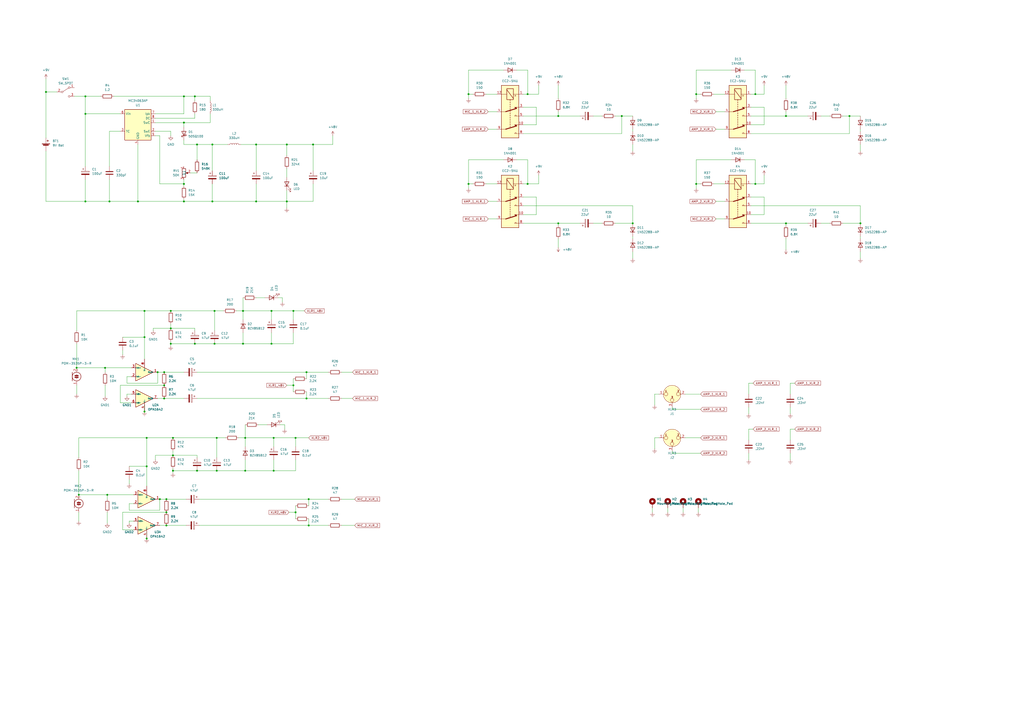
<source format=kicad_sch>
(kicad_sch (version 20211123) (generator eeschema)
  (paper "A2")
  (junction (at 26.67 53.34))
  (junction (at 62.23 287.02))
  (junction (at 499.11 129.54))
  (junction (at 360.68 67.31))
  (junction (at 44.45 213.36))
  (junction (at 63.5 116.84))
  (junction (at 179.07 289.56))
  (junction (at 92.71 289.56))
  (junction (at 123.19 83.82))
  (junction (at 148.59 116.84))
  (junction (at 106.68 116.84))
  (junction (at 367.03 129.54))
  (junction (at 455.93 129.54))
  (junction (at 99.06 190.5))
  (junction (at 106.68 106.68))
  (junction (at 100.33 264.16))
  (junction (at 49.53 55.88))
  (junction (at 83.82 195.58))
  (junction (at 323.85 67.31))
  (junction (at 83.82 238.76))
  (junction (at 158.75 254))
  (junction (at 306.07 54.61))
  (junction (at 403.86 54.61))
  (junction (at 271.78 54.61))
  (junction (at 177.8 231.14))
  (junction (at 158.75 273.05))
  (junction (at 114.3 273.05))
  (junction (at 124.46 199.39))
  (junction (at 95.25 223.52))
  (junction (at 124.46 180.34))
  (junction (at 80.01 116.84))
  (junction (at 179.07 304.8))
  (junction (at 106.68 55.88))
  (junction (at 113.03 55.88))
  (junction (at 99.06 199.39))
  (junction (at 438.15 54.61))
  (junction (at 114.3 83.82))
  (junction (at 157.48 199.39))
  (junction (at 177.8 215.9))
  (junction (at 95.25 215.9))
  (junction (at 142.24 254))
  (junction (at 99.06 180.34))
  (junction (at 170.18 223.52))
  (junction (at 45.72 287.02))
  (junction (at 140.97 199.39))
  (junction (at 306.07 106.68))
  (junction (at 96.52 297.18))
  (junction (at 125.73 254))
  (junction (at 271.78 106.68))
  (junction (at 123.19 116.84))
  (junction (at 85.09 270.51))
  (junction (at 96.52 289.56))
  (junction (at 113.03 199.39))
  (junction (at 148.59 83.82))
  (junction (at 166.37 116.84))
  (junction (at 140.97 180.34))
  (junction (at 323.85 129.54))
  (junction (at 492.76 67.31))
  (junction (at 125.73 273.05))
  (junction (at 95.25 231.14))
  (junction (at 49.53 66.04))
  (junction (at 142.24 273.05))
  (junction (at 455.93 67.31))
  (junction (at 171.45 254))
  (junction (at 166.37 83.82))
  (junction (at 60.96 213.36))
  (junction (at 181.61 83.82))
  (junction (at 171.45 297.18))
  (junction (at 85.09 312.42))
  (junction (at 83.82 180.34))
  (junction (at 403.86 106.68))
  (junction (at 85.09 254))
  (junction (at 170.18 180.34))
  (junction (at 157.48 180.34))
  (junction (at 438.15 106.68))
  (junction (at 100.33 273.05))
  (junction (at 106.68 71.12))
  (junction (at 49.53 116.84))
  (junction (at 91.44 215.9))
  (junction (at 96.52 304.8))
  (junction (at 100.33 254))
  (wire (pts (xy 443.23 62.23) (xy 435.61 62.23)))
  (wire (pts (xy 311.15 72.39) (xy 311.15 62.23)))
  (wire (pts (xy 142.24 246.38) (xy 142.24 254)))
  (wire (pts (xy 181.61 116.84) (xy 166.37 116.84)))
  (wire (pts (xy 113.03 55.88) (xy 113.03 58.42)))
  (wire (pts (xy 283.21 74.93) (xy 288.29 74.93)))
  (wire (pts (xy 26.67 87.63) (xy 26.67 116.84)))
  (wire (pts (xy 499.11 138.43) (xy 499.11 137.16)))
  (wire (pts (xy 106.68 81.28) (xy 106.68 83.82)))
  (wire (pts (xy 90.17 66.04) (xy 106.68 66.04)))
  (wire (pts (xy 142.24 259.08) (xy 142.24 254)))
  (wire (pts (xy 283.21 127) (xy 288.29 127)))
  (wire (pts (xy 158.75 254) (xy 171.45 254)))
  (wire (pts (xy 142.24 273.05) (xy 142.24 266.7)))
  (wire (pts (xy 403.86 40.64) (xy 424.18 40.64)))
  (wire (pts (xy 63.5 116.84) (xy 80.01 116.84)))
  (wire (pts (xy 99.06 187.96) (xy 99.06 190.5)))
  (wire (pts (xy 303.53 124.46) (xy 311.15 124.46)))
  (wire (pts (xy 171.45 293.37) (xy 171.45 297.18)))
  (wire (pts (xy 140.97 172.72) (xy 140.97 180.34)))
  (wire (pts (xy 455.93 138.43) (xy 455.93 144.78)))
  (wire (pts (xy 455.93 130.81) (xy 455.93 129.54)))
  (wire (pts (xy 113.03 199.39) (xy 99.06 199.39)))
  (wire (pts (xy 458.47 222.25) (xy 458.47 228.6)))
  (wire (pts (xy 181.61 106.68) (xy 181.61 116.84)))
  (wire (pts (xy 148.59 172.72) (xy 153.67 172.72)))
  (wire (pts (xy 148.59 106.68) (xy 148.59 116.84)))
  (wire (pts (xy 438.15 40.64) (xy 438.15 54.61)))
  (wire (pts (xy 100.33 254) (xy 125.73 254)))
  (wire (pts (xy 323.85 129.54) (xy 336.55 129.54)))
  (wire (pts (xy 142.24 273.05) (xy 125.73 273.05)))
  (wire (pts (xy 492.76 77.47) (xy 492.76 67.31)))
  (wire (pts (xy 323.85 49.53) (xy 323.85 57.15)))
  (wire (pts (xy 476.25 129.54) (xy 481.33 129.54)))
  (wire (pts (xy 397.51 254) (xy 406.4 254)))
  (wire (pts (xy 114.3 264.16) (xy 114.3 265.43)))
  (wire (pts (xy 323.85 67.31) (xy 336.55 67.31)))
  (wire (pts (xy 271.78 92.71) (xy 292.1 92.71)))
  (wire (pts (xy 26.67 53.34) (xy 26.67 80.01)))
  (wire (pts (xy 77.47 287.02) (xy 62.23 287.02)))
  (wire (pts (xy 360.68 67.31) (xy 367.03 67.31)))
  (wire (pts (xy 171.45 254) (xy 179.07 254)))
  (wire (pts (xy 488.95 67.31) (xy 492.76 67.31)))
  (wire (pts (xy 95.25 215.9) (xy 106.68 215.9)))
  (wire (pts (xy 431.8 92.71) (xy 438.15 92.71)))
  (wire (pts (xy 303.53 106.68) (xy 306.07 106.68)))
  (wire (pts (xy 171.45 254) (xy 171.45 259.08)))
  (wire (pts (xy 96.52 297.18) (xy 71.12 297.18)))
  (wire (pts (xy 435.61 67.31) (xy 455.93 67.31)))
  (wire (pts (xy 139.7 83.82) (xy 148.59 83.82)))
  (wire (pts (xy 458.47 236.22) (xy 458.47 240.03)))
  (wire (pts (xy 44.45 180.34) (xy 44.45 191.77)))
  (wire (pts (xy 299.72 92.71) (xy 306.07 92.71)))
  (wire (pts (xy 458.47 248.92) (xy 458.47 255.27)))
  (wire (pts (xy 344.17 129.54) (xy 349.25 129.54)))
  (wire (pts (xy 461.01 222.25) (xy 458.47 222.25)))
  (wire (pts (xy 397.51 228.6) (xy 406.4 228.6)))
  (wire (pts (xy 403.86 54.61) (xy 403.86 57.15)))
  (wire (pts (xy 177.8 231.14) (xy 190.5 231.14)))
  (wire (pts (xy 396.24 294.64) (xy 396.24 297.18)))
  (wire (pts (xy 140.97 199.39) (xy 124.46 199.39)))
  (wire (pts (xy 114.3 83.82) (xy 114.3 92.71)))
  (wire (pts (xy 406.4 262.89) (xy 389.89 262.89)))
  (wire (pts (xy 45.72 254) (xy 85.09 254)))
  (wire (pts (xy 415.29 127) (xy 420.37 127)))
  (wire (pts (xy 271.78 40.64) (xy 271.78 54.61)))
  (wire (pts (xy 435.61 54.61) (xy 438.15 54.61)))
  (wire (pts (xy 435.61 119.38) (xy 499.11 119.38)))
  (wire (pts (xy 499.11 119.38) (xy 499.11 129.54)))
  (wire (pts (xy 281.94 106.68) (xy 288.29 106.68)))
  (wire (pts (xy 431.8 40.64) (xy 438.15 40.64)))
  (wire (pts (xy 198.12 289.56) (xy 205.74 289.56)))
  (wire (pts (xy 436.88 248.92) (xy 434.34 248.92)))
  (wire (pts (xy 110.49 100.33) (xy 114.3 100.33)))
  (wire (pts (xy 85.09 308.61) (xy 85.09 312.42)))
  (wire (pts (xy 99.06 199.39) (xy 99.06 200.66)))
  (wire (pts (xy 303.53 67.31) (xy 323.85 67.31)))
  (wire (pts (xy 62.23 297.18) (xy 62.23 303.53)))
  (wire (pts (xy 312.42 106.68) (xy 312.42 101.6)))
  (wire (pts (xy 91.44 215.9) (xy 95.25 215.9)))
  (wire (pts (xy 71.12 195.58) (xy 83.82 195.58)))
  (wire (pts (xy 438.15 92.71) (xy 438.15 106.68)))
  (wire (pts (xy 166.37 83.82) (xy 166.37 90.17)))
  (wire (pts (xy 71.12 297.18) (xy 71.12 307.34)))
  (wire (pts (xy 91.44 231.14) (xy 95.25 231.14)))
  (wire (pts (xy 170.18 219.71) (xy 170.18 223.52)))
  (wire (pts (xy 76.2 228.6) (xy 73.66 228.6)))
  (wire (pts (xy 83.82 195.58) (xy 83.82 180.34)))
  (wire (pts (xy 100.33 264.16) (xy 114.3 264.16)))
  (wire (pts (xy 115.57 289.56) (xy 179.07 289.56)))
  (wire (pts (xy 306.07 92.71) (xy 306.07 106.68)))
  (wire (pts (xy 367.03 83.82) (xy 367.03 87.63)))
  (wire (pts (xy 303.53 129.54) (xy 323.85 129.54)))
  (wire (pts (xy 387.35 294.64) (xy 387.35 297.18)))
  (wire (pts (xy 85.09 270.51) (xy 85.09 254)))
  (wire (pts (xy 434.34 248.92) (xy 434.34 255.27)))
  (wire (pts (xy 123.19 106.68) (xy 123.19 116.84)))
  (wire (pts (xy 158.75 254) (xy 158.75 259.08)))
  (wire (pts (xy 367.03 138.43) (xy 367.03 137.16)))
  (wire (pts (xy 99.06 190.5) (xy 113.03 190.5)))
  (wire (pts (xy 96.52 289.56) (xy 107.95 289.56)))
  (wire (pts (xy 74.93 292.1) (xy 77.47 292.1)))
  (wire (pts (xy 499.11 83.82) (xy 499.11 87.63)))
  (wire (pts (xy 443.23 124.46) (xy 443.23 114.3)))
  (wire (pts (xy 113.03 190.5) (xy 113.03 191.77)))
  (wire (pts (xy 106.68 55.88) (xy 106.68 66.04)))
  (wire (pts (xy 435.61 106.68) (xy 438.15 106.68)))
  (wire (pts (xy 74.93 270.51) (xy 85.09 270.51)))
  (wire (pts (xy 76.2 233.68) (xy 69.85 233.68)))
  (wire (pts (xy 163.83 172.72) (xy 163.83 175.26)))
  (wire (pts (xy 360.68 77.47) (xy 360.68 67.31)))
  (wire (pts (xy 403.86 92.71) (xy 403.86 106.68)))
  (wire (pts (xy 49.53 55.88) (xy 58.42 55.88)))
  (wire (pts (xy 73.66 222.25) (xy 73.66 218.44)))
  (wire (pts (xy 323.85 130.81) (xy 323.85 129.54)))
  (wire (pts (xy 49.53 66.04) (xy 69.85 66.04)))
  (wire (pts (xy 100.33 261.62) (xy 100.33 264.16)))
  (wire (pts (xy 403.86 92.71) (xy 424.18 92.71)))
  (wire (pts (xy 113.03 68.58) (xy 113.03 66.04)))
  (wire (pts (xy 167.64 297.18) (xy 171.45 297.18)))
  (wire (pts (xy 271.78 92.71) (xy 271.78 106.68)))
  (wire (pts (xy 303.53 77.47) (xy 360.68 77.47)))
  (wire (pts (xy 99.06 180.34) (xy 124.46 180.34)))
  (wire (pts (xy 77.47 307.34) (xy 71.12 307.34)))
  (wire (pts (xy 106.68 55.88) (xy 113.03 55.88)))
  (wire (pts (xy 43.18 55.88) (xy 49.53 55.88)))
  (wire (pts (xy 158.75 254) (xy 142.24 254)))
  (wire (pts (xy 92.71 304.8) (xy 96.52 304.8)))
  (wire (pts (xy 271.78 54.61) (xy 271.78 57.15)))
  (wire (pts (xy 125.73 254) (xy 130.81 254)))
  (wire (pts (xy 367.03 76.2) (xy 367.03 74.93)))
  (wire (pts (xy 69.85 76.2) (xy 63.5 76.2)))
  (wire (pts (xy 45.72 287.02) (xy 62.23 287.02)))
  (wire (pts (xy 74.93 302.26) (xy 74.93 303.53)))
  (wire (pts (xy 299.72 40.64) (xy 306.07 40.64)))
  (wire (pts (xy 311.15 124.46) (xy 311.15 114.3)))
  (wire (pts (xy 114.3 83.82) (xy 123.19 83.82)))
  (wire (pts (xy 60.96 213.36) (xy 60.96 215.9)))
  (wire (pts (xy 44.45 223.52) (xy 44.45 228.6)))
  (wire (pts (xy 106.68 83.82) (xy 114.3 83.82)))
  (wire (pts (xy 80.01 83.82) (xy 80.01 116.84)))
  (wire (pts (xy 438.15 106.68) (xy 443.23 106.68)))
  (wire (pts (xy 62.23 287.02) (xy 62.23 289.56)))
  (wire (pts (xy 455.93 67.31) (xy 468.63 67.31)))
  (wire (pts (xy 171.45 297.18) (xy 171.45 300.99)))
  (wire (pts (xy 405.13 294.64) (xy 405.13 297.18)))
  (wire (pts (xy 303.53 54.61) (xy 306.07 54.61)))
  (wire (pts (xy 443.23 114.3) (xy 435.61 114.3)))
  (wire (pts (xy 303.53 119.38) (xy 367.03 119.38)))
  (wire (pts (xy 406.4 237.49) (xy 389.89 237.49)))
  (wire (pts (xy 91.44 222.25) (xy 91.44 215.9)))
  (wire (pts (xy 83.82 180.34) (xy 99.06 180.34)))
  (wire (pts (xy 148.59 83.82) (xy 166.37 83.82)))
  (wire (pts (xy 85.09 254) (xy 100.33 254)))
  (wire (pts (xy 73.66 218.44) (xy 76.2 218.44)))
  (wire (pts (xy 162.56 246.38) (xy 165.1 246.38)))
  (wire (pts (xy 124.46 180.34) (xy 124.46 191.77)))
  (wire (pts (xy 140.97 199.39) (xy 140.97 193.04)))
  (wire (pts (xy 90.17 68.58) (xy 113.03 68.58)))
  (wire (pts (xy 45.72 273.05) (xy 45.72 287.02)))
  (wire (pts (xy 83.82 208.28) (xy 83.82 195.58)))
  (wire (pts (xy 198.12 304.8) (xy 205.74 304.8)))
  (wire (pts (xy 77.47 302.26) (xy 74.93 302.26)))
  (wire (pts (xy 367.03 146.05) (xy 367.03 149.86)))
  (wire (pts (xy 106.68 116.84) (xy 123.19 116.84)))
  (wire (pts (xy 166.37 83.82) (xy 181.61 83.82)))
  (wire (pts (xy 99.06 198.12) (xy 99.06 199.39)))
  (wire (pts (xy 121.92 66.04) (xy 121.92 71.12)))
  (wire (pts (xy 406.4 106.68) (xy 403.86 106.68)))
  (wire (pts (xy 99.06 76.2) (xy 99.06 78.74)))
  (wire (pts (xy 166.37 116.84) (xy 166.37 120.65)))
  (wire (pts (xy 356.87 129.54) (xy 367.03 129.54)))
  (wire (pts (xy 140.97 180.34) (xy 137.16 180.34)))
  (wire (pts (xy 69.85 223.52) (xy 69.85 233.68)))
  (wire (pts (xy 306.07 54.61) (xy 312.42 54.61)))
  (wire (pts (xy 171.45 266.7) (xy 171.45 273.05)))
  (wire (pts (xy 85.09 281.94) (xy 85.09 270.51)))
  (wire (pts (xy 177.8 227.33) (xy 177.8 231.14)))
  (wire (pts (xy 382.27 254) (xy 379.73 254)))
  (wire (pts (xy 170.18 180.34) (xy 170.18 185.42)))
  (wire (pts (xy 415.29 64.77) (xy 420.37 64.77)))
  (wire (pts (xy 90.17 76.2) (xy 99.06 76.2)))
  (wire (pts (xy 179.07 304.8) (xy 190.5 304.8)))
  (wire (pts (xy 106.68 115.57) (xy 106.68 116.84)))
  (wire (pts (xy 367.03 119.38) (xy 367.03 129.54)))
  (wire (pts (xy 96.52 304.8) (xy 107.95 304.8)))
  (wire (pts (xy 181.61 83.82) (xy 193.04 83.82)))
  (wire (pts (xy 455.93 49.53) (xy 455.93 57.15)))
  (wire (pts (xy 158.75 273.05) (xy 142.24 273.05)))
  (wire (pts (xy 73.66 222.25) (xy 91.44 222.25)))
  (wire (pts (xy 403.86 106.68) (xy 403.86 109.22)))
  (wire (pts (xy 379.73 228.6) (xy 379.73 234.95)))
  (wire (pts (xy 177.8 215.9) (xy 177.8 219.71)))
  (wire (pts (xy 90.17 71.12) (xy 106.68 71.12)))
  (wire (pts (xy 181.61 83.82) (xy 181.61 99.06)))
  (wire (pts (xy 356.87 67.31) (xy 360.68 67.31)))
  (wire (pts (xy 125.73 254) (xy 125.73 265.43)))
  (wire (pts (xy 26.67 116.84) (xy 49.53 116.84)))
  (wire (pts (xy 161.29 172.72) (xy 163.83 172.72)))
  (wire (pts (xy 166.37 97.79) (xy 166.37 102.87)))
  (wire (pts (xy 83.82 234.95) (xy 83.82 238.76)))
  (wire (pts (xy 106.68 104.14) (xy 106.68 106.68)))
  (wire (pts (xy 443.23 101.6) (xy 443.23 106.68)))
  (wire (pts (xy 379.73 254) (xy 379.73 260.35)))
  (wire (pts (xy 74.93 295.91) (xy 92.71 295.91)))
  (wire (pts (xy 45.72 297.18) (xy 45.72 302.26)))
  (wire (pts (xy 179.07 289.56) (xy 190.5 289.56)))
  (wire (pts (xy 106.68 106.68) (xy 106.68 107.95)))
  (wire (pts (xy 60.96 223.52) (xy 60.96 229.87)))
  (wire (pts (xy 80.01 116.84) (xy 106.68 116.84)))
  (wire (pts (xy 435.61 129.54) (xy 455.93 129.54)))
  (wire (pts (xy 166.37 110.49) (xy 166.37 116.84)))
  (wire (pts (xy 492.76 67.31) (xy 499.11 67.31)))
  (wire (pts (xy 171.45 273.05) (xy 158.75 273.05)))
  (wire (pts (xy 461.01 248.92) (xy 458.47 248.92)))
  (wire (pts (xy 121.92 55.88) (xy 121.92 58.42)))
  (wire (pts (xy 71.12 203.2) (xy 71.12 205.74)))
  (wire (pts (xy 443.23 49.53) (xy 443.23 54.61)))
  (wire (pts (xy 499.11 146.05) (xy 499.11 149.86)))
  (wire (pts (xy 158.75 266.7) (xy 158.75 273.05)))
  (wire (pts (xy 274.32 106.68) (xy 271.78 106.68)))
  (wire (pts (xy 170.18 180.34) (xy 176.53 180.34)))
  (wire (pts (xy 458.47 262.89) (xy 458.47 266.7)))
  (wire (pts (xy 157.48 180.34) (xy 157.48 185.42)))
  (wire (pts (xy 142.24 254) (xy 138.43 254)))
  (wire (pts (xy 76.2 213.36) (xy 60.96 213.36)))
  (wire (pts (xy 123.19 83.82) (xy 123.19 99.06)))
  (wire (pts (xy 306.07 40.64) (xy 306.07 54.61)))
  (wire (pts (xy 435.61 124.46) (xy 443.23 124.46)))
  (wire (pts (xy 378.46 294.64) (xy 378.46 297.18)))
  (wire (pts (xy 344.17 67.31) (xy 349.25 67.31)))
  (wire (pts (xy 443.23 72.39) (xy 443.23 62.23)))
  (wire (pts (xy 436.88 222.25) (xy 434.34 222.25)))
  (wire (pts (xy 148.59 83.82) (xy 148.59 99.06)))
  (wire (pts (xy 415.29 74.93) (xy 420.37 74.93)))
  (wire (pts (xy 323.85 138.43) (xy 323.85 143.51)))
  (wire (pts (xy 124.46 180.34) (xy 129.54 180.34)))
  (wire (pts (xy 283.21 116.84) (xy 288.29 116.84)))
  (wire (pts (xy 95.25 223.52) (xy 69.85 223.52)))
  (wire (pts (xy 198.12 215.9) (xy 204.47 215.9)))
  (wire (pts (xy 434.34 262.89) (xy 434.34 266.7)))
  (wire (pts (xy 114.3 215.9) (xy 177.8 215.9)))
  (wire (pts (xy 434.34 222.25) (xy 434.34 228.6)))
  (wire (pts (xy 114.3 273.05) (xy 125.73 273.05)))
  (wire (pts (xy 488.95 129.54) (xy 499.11 129.54)))
  (wire (pts (xy 435.61 77.47) (xy 492.76 77.47)))
  (wire (pts (xy 414.02 54.61) (xy 420.37 54.61)))
  (wire (pts (xy 499.11 76.2) (xy 499.11 74.93)))
  (wire (pts (xy 92.71 106.68) (xy 106.68 106.68)))
  (wire (pts (xy 74.93 295.91) (xy 74.93 292.1)))
  (wire (pts (xy 311.15 62.23) (xy 303.53 62.23)))
  (wire (pts (xy 44.45 213.36) (xy 60.96 213.36)))
  (wire (pts (xy 179.07 289.56) (xy 179.07 293.37)))
  (wire (pts (xy 157.48 180.34) (xy 140.97 180.34)))
  (wire (pts (xy 63.5 76.2) (xy 63.5 96.52)))
  (wire (pts (xy 100.33 273.05) (xy 100.33 274.32)))
  (wire (pts (xy 92.71 78.74) (xy 90.17 78.74)))
  (wire (pts (xy 198.12 231.14) (xy 204.47 231.14)))
  (wire (pts (xy 26.67 53.34) (xy 33.02 53.34)))
  (wire (pts (xy 90.17 264.16) (xy 100.33 264.16)))
  (wire (pts (xy 303.53 72.39) (xy 311.15 72.39)))
  (wire (pts (xy 323.85 64.77) (xy 323.85 67.31)))
  (wire (pts (xy 114.3 231.14) (xy 177.8 231.14)))
  (wire (pts (xy 389.89 237.49) (xy 389.89 236.22)))
  (wire (pts (xy 49.53 55.88) (xy 49.53 66.04)))
  (wire (pts (xy 306.07 106.68) (xy 312.42 106.68)))
  (wire (pts (xy 149.86 246.38) (xy 154.94 246.38)))
  (wire (pts (xy 113.03 55.88) (xy 121.92 55.88)))
  (wire (pts (xy 177.8 215.9) (xy 190.5 215.9)))
  (wire (pts (xy 92.71 295.91) (xy 92.71 289.56)))
  (wire (pts (xy 179.07 300.99) (xy 179.07 304.8)))
  (wire (pts (xy 63.5 104.14) (xy 63.5 116.84)))
  (wire (pts (xy 114.3 273.05) (xy 100.33 273.05)))
  (wire (pts (xy 271.78 106.68) (xy 271.78 109.22)))
  (wire (pts (xy 166.37 223.52) (xy 170.18 223.52)))
  (wire (pts (xy 389.89 262.89) (xy 389.89 261.62)))
  (wire (pts (xy 455.93 64.77) (xy 455.93 67.31)))
  (wire (pts (xy 438.15 54.61) (xy 443.23 54.61)))
  (wire (pts (xy 193.04 78.74) (xy 193.04 83.82)))
  (wire (pts (xy 49.53 104.14) (xy 49.53 116.84)))
  (wire (pts (xy 106.68 71.12) (xy 106.68 73.66)))
  (wire (pts (xy 382.27 228.6) (xy 379.73 228.6)))
  (wire (pts (xy 26.67 45.72) (xy 26.67 53.34)))
  (wire (pts (xy 415.29 116.84) (xy 420.37 116.84)))
  (wire (pts (xy 49.53 96.52) (xy 49.53 66.04)))
  (wire (pts (xy 476.25 67.31) (xy 481.33 67.31)))
  (wire (pts (xy 95.25 231.14) (xy 106.68 231.14)))
  (wire (pts (xy 455.93 129.54) (xy 468.63 129.54)))
  (wire (pts (xy 170.18 199.39) (xy 157.48 199.39)))
  (wire (pts (xy 148.59 116.84) (xy 123.19 116.84)))
  (wire (pts (xy 44.45 180.34) (xy 83.82 180.34)))
  (wire (pts (xy 90.17 264.16) (xy 90.17 266.7)))
  (wire (pts (xy 44.45 199.39) (xy 44.45 213.36)))
  (wire (pts (xy 170.18 223.52) (xy 170.18 227.33)))
  (wire (pts (xy 140.97 185.42) (xy 140.97 180.34)))
  (wire (pts (xy 113.03 199.39) (xy 124.46 199.39)))
  (wire (pts (xy 283.21 64.77) (xy 288.29 64.77)))
  (wire (pts (xy 165.1 246.38) (xy 165.1 248.92)))
  (wire (pts (xy 123.19 83.82) (xy 132.08 83.82)))
  (wire (pts (xy 66.04 55.88) (xy 106.68 55.88)))
  (wire (pts (xy 73.66 228.6) (xy 73.66 229.87)))
  (wire (pts (xy 406.4 54.61) (xy 403.86 54.61)))
  (wire (pts (xy 100.33 271.78) (xy 100.33 273.05)))
  (wire (pts (xy 157.48 180.34) (xy 170.18 180.34)))
  (wire (pts (xy 88.9 190.5) (xy 88.9 191.77)))
  (wire (pts (xy 435.61 72.39) (xy 443.23 72.39)))
  (wire (pts (xy 92.71 289.56) (xy 96.52 289.56)))
  (wire (pts (xy 312.42 54.61) (xy 312.42 49.53)))
  (wire (pts (xy 45.72 254) (xy 45.72 265.43)))
  (wire (pts (xy 271.78 40.64) (xy 292.1 40.64)))
  (wire (pts (xy 74.93 278.13) (xy 74.93 280.67)))
  (wire (pts (xy 311.15 114.3) (xy 303.53 114.3)))
  (wire (pts (xy 274.32 54.61) (xy 271.78 54.61)))
  (wire (pts (xy 166.37 116.84) (xy 148.59 116.84)))
  (wire (pts (xy 115.57 304.8) (xy 179.07 304.8)))
  (wire (pts (xy 281.94 54.61) (xy 288.29 54.61)))
  (wire (pts (xy 414.02 106.68) (xy 420.37 106.68)))
  (wire (pts (xy 121.92 71.12) (xy 106.68 71.12)))
  (wire (pts (xy 92.71 78.74) (xy 92.71 106.68)))
  (wire (pts (xy 49.53 116.84) (xy 63.5 116.84)))
  (wire (pts (xy 88.9 190.5) (xy 99.06 190.5)))
  (wire (pts (xy 157.48 193.04) (xy 157.48 199.39)))
  (wire (pts (xy 170.18 193.04) (xy 170.18 199.39)))
  (wire (pts (xy 434.34 236.22) (xy 434.34 240.03)))
  (wire (pts (xy 157.48 199.39) (xy 140.97 199.39)))
  (wire (pts (xy 403.86 40.64) (xy 403.86 54.61)))
  (global_label "AMP_1_XLR_2" (shape input) (at 406.4 237.49 0) (property "Intersheet References" "${INTERSHEET_REFS}" (effects hide)))
  (global_label "XLR2_48V" (shape input) (at 179.07 254 0) (property "Intersheet References" "${INTERSHEET_REFS}" (effects hide)))
  (global_label "AMP_2_XLR_1" (shape input) (at 406.4 254 0) (property "Intersheet References" "${INTERSHEET_REFS}" (effects hide)))
  (global_label "XLR2_48V" (shape input) (at 167.64 297.18 180) (property "Intersheet References" "${INTERSHEET_REFS}" (effects hide)))
  (global_label "AMP_2_XLR_2" (shape input) (at 406.4 262.89 0) (property "Intersheet References" "${INTERSHEET_REFS}" (effects hide)))
  (global_label "AMP_2_XLR_2" (shape input) (at 461.01 248.92 0) (property "Intersheet References" "${INTERSHEET_REFS}" (effects hide)))
  (global_label "MIC_1_XLR_2" (shape input) (at 204.47 231.14 0) (property "Intersheet References" "${INTERSHEET_REFS}" (effects hide)))
  (global_label "MIC_2_XLR_1" (shape input) (at 205.74 289.56 0) (property "Intersheet References" "${INTERSHEET_REFS}" (effects hide)))
  (global_label "MIC_2_XLR_2" (shape input) (at 205.74 304.8 0) (property "Intersheet References" "${INTERSHEET_REFS}" (effects hide)))
  (global_label "MIC_1_XLR_1" (shape input) (at 283.21 127 180) (property "Intersheet References" "${INTERSHEET_REFS}" (effects hide)))
  (global_label "AMP_2_XLR_2" (shape input) (at 415.29 116.84 180) (property "Intersheet References" "${INTERSHEET_REFS}" (effects hide)))
  (global_label "XLR1_48V" (shape input) (at 166.37 223.52 180) (property "Intersheet References" "${INTERSHEET_REFS}" (effects hide)))
  (global_label "XLR1_48V" (shape input) (at 176.53 180.34 0) (property "Intersheet References" "${INTERSHEET_REFS}" (effects hide)))
  (global_label "AMP_2_XLR_1" (shape input) (at 415.29 74.93 180) (property "Intersheet References" "${INTERSHEET_REFS}" (effects hide)))
  (global_label "AMP_1_XLR_1" (shape input) (at 436.88 222.25 0) (property "Intersheet References" "${INTERSHEET_REFS}" (effects hide)))
  (global_label "AMP_1_XLR_2" (shape input) (at 461.01 222.25 0) (property "Intersheet References" "${INTERSHEET_REFS}" (effects hide)))
  (global_label "MIC_2_XLR_1" (shape input) (at 415.29 64.77 180) (property "Intersheet References" "${INTERSHEET_REFS}" (effects hide)))
  (global_label "AMP_1_XLR_2" (shape input) (at 283.21 74.93 180) (property "Intersheet References" "${INTERSHEET_REFS}" (effects hide)))
  (global_label "MIC_1_XLR_2" (shape input) (at 283.21 64.77 180) (property "Intersheet References" "${INTERSHEET_REFS}" (effects hide)))
  (global_label "AMP_1_XLR_1" (shape input) (at 406.4 228.6 0) (property "Intersheet References" "${INTERSHEET_REFS}" (effects hide)))
  (global_label "AMP_2_XLR_1" (shape input) (at 436.88 248.92 0) (property "Intersheet References" "${INTERSHEET_REFS}" (effects hide)))
  (global_label "MIC_1_XLR_1" (shape input) (at 204.47 215.9 0) (property "Intersheet References" "${INTERSHEET_REFS}" (effects hide)))
  (global_label "MIC_2_XLR_2" (shape input) (at 415.29 127 180) (property "Intersheet References" "${INTERSHEET_REFS}" (effects hide)))
  (global_label "AMP_1_XLR_1" (shape input) (at 283.21 116.84 180) (property "Intersheet References" "${INTERSHEET_REFS}" (effects hide)))
  (symbol (lib_id "Device:C") (at 458.47 232.41 0) (unit 1)
    (property "Reference" "C24" (at 462.28 231.1399 0) (effects (justify left)))
    (property "Value" ".22nF" (at 462.28 233.6799 0) (effects (justify left)))
    (property "Footprint" "Capacitor_THT:C_Rect_L7.2mm_W2.5mm_P5.00mm_FKS2_FKP2_MKS2_MKP2" (effects hide))
  )
  (symbol (lib_id "power:Earth") (at 271.78 109.22 0) (unit 1)
    (property "Reference" "#PWR022" (effects hide))
    (property "Value" "Earth" (effects hide))
  )
  (symbol (lib_id "power:+9V") (at 312.42 49.53 0) (unit 1)
    (property "Reference" "#PWR023" (effects hide))
    (property "Value" "+9V" (at 312.42 44.45 0))
  )
  (symbol (lib_id "Device:R") (at 175.26 300.99 270) (unit 1)
    (property "Reference" "R25" (at 182.88 299.72 90))
    (property "Value" "2.2K" (at 182.88 302.26 90))
    (property "Footprint" "Resistor_THT:R_Axial_DIN0207_L6.3mm_D2.5mm_P2.54mm_Vertical" (effects hide))
  )
  (symbol (lib_id "Device:C_Polarized") (at 49.53 100.33 0) (unit 1)
    (property "Reference" "C1" (at 53.34 98.1709 0) (effects (justify left)))
    (property "Value" "100uF" (at 53.34 100.7109 0) (effects (justify left)))
    (property "Footprint" "Capacitor_THT:CP_Radial_D10.0mm_P5.00mm" (effects hide))
    (property "Datasheet" "https://www.mouser.tw/datasheet/2/977/e_ZLJ-1601167.pdf" (effects hide))
  )
  (symbol (lib_id "Device:C") (at 434.34 259.08 0) (unit 1)
    (property "Reference" "C23" (at 438.15 257.8099 0) (effects (justify left)))
    (property "Value" ".22nF" (at 438.15 260.3499 0) (effects (justify left)))
    (property "Footprint" "Capacitor_THT:C_Rect_L7.2mm_W2.5mm_P5.00mm_FKS2_FKP2_MKS2_MKP2" (effects hide))
  )
  (symbol (lib_id "power:Earth") (at 403.86 109.22 0) (unit 1)
    (property "Reference" "#PWR035" (effects hide))
    (property "Value" "Earth" (effects hide))
  )
  (symbol (lib_id "Device:R_Potentiometer") (at 106.68 100.33 0) (unit 1)
    (property "Reference" "RV1" (at 104.14 99.0599 0) (effects (justify right)))
    (property "Value" "50K" (at 104.14 101.5999 0) (effects (justify right)))
    (property "Footprint" "Potentiometer_THT:Potentiometer_Bourns_3339P_Vertical_HandSoldering" (effects hide))
  )
  (symbol (lib_id "Diode:1N4001") (at 427.99 40.64 180) (unit 1)
    (property "Reference" "D13" (at 427.99 34.29 0))
    (property "Value" "1N4001" (at 427.99 36.83 0))
    (property "Footprint" "Diode_THT:D_DO-41_SOD81_P10.16mm_Horizontal" (effects hide))
    (property "Datasheet" "http://www.vishay.com/docs/88503/1n4001.pdf" (effects hide))
  )
  (symbol (lib_id "Device:R") (at 278.13 54.61 270) (unit 1)
    (property "Reference" "R30" (at 278.13 48.26 90))
    (property "Value" "150" (at 278.13 50.8 90))
    (property "Footprint" "Resistor_THT:R_Axial_DIN0207_L6.3mm_D2.5mm_P10.16mm_Horizontal" (effects hide))
  )
  (symbol (lib_id "power:GND1") (at 60.96 229.87 0) (unit 1)
    (property "Reference" "#PWR04" (effects hide))
    (property "Value" "GND1" (at 60.96 234.95 0))
  )
  (symbol (lib_id "power:GND") (at 99.06 78.74 0) (unit 1)
    (property "Reference" "#PWR014" (effects hide))
    (property "Value" "GND" (at 99.06 83.82 0))
  )
  (symbol (lib_id "power:Earth") (at 71.12 205.74 0) (unit 1)
    (property "Reference" "#PWR06" (effects hide))
    (property "Value" "Earth" (effects hide))
  )
  (symbol (lib_id "Device:D_Zener") (at 499.11 142.24 270) (unit 1)
    (property "Reference" "D18" (at 501.65 140.9699 90) (effects (justify left)))
    (property "Value" "1N5228B-AP" (at 501.65 143.5099 90) (effects (justify left)))
    (property "Footprint" "Diode_THT:D_DO-35_SOD27_P7.62mm_Horizontal" (effects hide))
  )
  (symbol (lib_id "Device:R") (at 62.23 55.88 270) (unit 1)
    (property "Reference" "R4" (at 62.23 49.53 90))
    (property "Value" "1.2" (at 62.23 52.07 90))
    (property "Footprint" "Resistor_THT:R_Axial_DIN0207_L6.3mm_D2.5mm_P10.16mm_Horizontal" (effects hide))
  )
  (symbol (lib_id "power:Earth") (at 74.93 280.67 0) (unit 1)
    (property "Reference" "#PWR08" (effects hide))
    (property "Value" "Earth" (effects hide))
  )
  (symbol (lib_id "power:Earth") (at 163.83 175.26 0) (unit 1)
    (property "Reference" "#PWR017" (effects hide))
    (property "Value" "Earth" (effects hide))
  )
  (symbol (lib_id "Device:R") (at 323.85 134.62 0) (unit 1)
    (property "Reference" "R33" (at 326.39 133.3499 0) (effects (justify left)))
    (property "Value" "6.8K" (at 326.39 135.8899 0) (effects (justify left)))
    (property "Footprint" "Resistor_THT:R_Axial_DIN0207_L6.3mm_D2.5mm_P10.16mm_Horizontal" (effects hide))
  )
  (symbol (lib_id "Diode:1N4001") (at 427.99 92.71 180) (unit 1)
    (property "Reference" "D14" (at 427.99 86.36 0))
    (property "Value" "1N4001" (at 427.99 88.9 0))
    (property "Footprint" "Diode_THT:D_DO-41_SOD81_P10.16mm_Horizontal" (effects hide))
    (property "Datasheet" "http://www.vishay.com/docs/88503/1n4001.pdf" (effects hide))
  )
  (symbol (lib_id "Device:R") (at 100.33 267.97 180) (unit 1)
    (property "Reference" "R13" (at 102.87 266.6999 0) (effects (justify right)))
    (property "Value" "47K" (at 102.87 269.2399 0) (effects (justify right)))
    (property "Footprint" "Resistor_THT:R_Axial_DIN0207_L6.3mm_D2.5mm_P2.54mm_Vertical" (effects hide))
  )
  (symbol (lib_id "Diode:1N4001") (at 295.91 92.71 180) (unit 1)
    (property "Reference" "D8" (at 295.91 86.36 0))
    (property "Value" "1N4001" (at 295.91 88.9 0))
    (property "Footprint" "Diode_THT:D_DO-41_SOD81_P10.16mm_Horizontal" (effects hide))
    (property "Datasheet" "http://www.vishay.com/docs/88503/1n4001.pdf" (effects hide))
  )
  (symbol (lib_id "Device:R") (at 100.33 257.81 180) (unit 1)
    (property "Reference" "R12" (at 102.87 256.5399 0) (effects (justify right)))
    (property "Value" "47K" (at 102.87 259.0799 0) (effects (justify right)))
    (property "Footprint" "Resistor_THT:R_Axial_DIN0207_L6.3mm_D2.5mm_P2.54mm_Vertical" (effects hide))
  )
  (symbol (lib_id "Device:R") (at 353.06 67.31 270) (unit 1)
    (property "Reference" "R34" (at 353.06 60.96 90))
    (property "Value" "10" (at 353.06 63.5 90))
    (property "Footprint" "Resistor_THT:R_Axial_DIN0207_L6.3mm_D2.5mm_P10.16mm_Horizontal" (effects hide))
  )
  (symbol (lib_id "Regulator_Switching:MC34063AP") (at 80.01 71.12 0) (unit 1)
    (property "Reference" "U1" (at 80.01 60.96 0))
    (property "Value" "MC34063AP" (at 80.01 58.42 0))
    (property "Footprint" "Package_DIP:DIP-8_W7.62mm" (effects hide))
    (property "Datasheet" "http://www.onsemi.com/pub_link/Collateral/MC34063A-D.PDF" (effects hide))
  )
  (symbol (lib_id "Device:R") (at 113.03 62.23 180) (unit 1)
    (property "Reference" "R15" (at 115.57 60.9599 0) (effects (justify right)))
    (property "Value" "180" (at 115.57 63.4999 0) (effects (justify right)))
    (property "Footprint" "Resistor_THT:R_Axial_DIN0207_L6.3mm_D2.5mm_P10.16mm_Horizontal" (effects hide))
  )
  (symbol (lib_id "power:+48V") (at 455.93 49.53 0) (unit 1)
    (property "Reference" "#PWR041" (effects hide))
    (property "Value" "+48V" (at 455.93 44.45 0))
  )
  (symbol (lib_id "power:Earth") (at 271.78 57.15 0) (unit 1)
    (property "Reference" "#PWR021" (effects hide))
    (property "Value" "Earth" (effects hide))
  )
  (symbol (lib_id "power:Earth") (at 499.11 149.86 0) (unit 1)
    (property "Reference" "#PWR046" (effects hide))
    (property "Value" "Earth" (effects hide))
  )
  (symbol (lib_id "Device:C") (at 434.34 232.41 0) (unit 1)
    (property "Reference" "C22" (at 438.15 231.1399 0) (effects (justify left)))
    (property "Value" ".22nF" (at 438.15 233.6799 0) (effects (justify left)))
    (property "Footprint" "Capacitor_THT:C_Rect_L7.2mm_W2.5mm_P5.00mm_FKS2_FKP2_MKS2_MKP2" (effects hide))
  )
  (symbol (lib_id "Connector:XLR3") (at 389.89 254 0) (unit 1)
    (property "Reference" "J2" (at 389.89 265.43 0))
    (property "Value" "XLR3" (at 389.89 262.89 0))
    (property "Footprint" "Connector_PinHeader_2.54mm:PinHeader_1x03_P2.54mm_Vertical" (effects hide))
    (property "Datasheet" " ~" (effects hide))
  )
  (symbol (lib_id "Device:C_Polarized") (at 110.49 231.14 270) (unit 1)
    (property "Reference" "C6" (at 111.379 223.52 90))
    (property "Value" "47uF" (at 111.379 226.06 90))
    (property "Footprint" "Capacitor_THT:CP_Radial_D8.0mm_P3.50mm" (effects hide))
  )
  (symbol (lib_id "Device:R") (at 106.68 111.76 180) (unit 1)
    (property "Reference" "R14" (at 109.22 110.4899 0) (effects (justify right)))
    (property "Value" "15K" (at 109.22 113.0299 0) (effects (justify right)))
    (property "Footprint" "Resistor_THT:R_Axial_DIN0207_L6.3mm_D2.5mm_P10.16mm_Horizontal" (effects hide))
  )
  (symbol (lib_id "Device:R") (at 134.62 254 270) (unit 1)
    (property "Reference" "R18" (at 134.62 247.65 90))
    (property "Value" "200" (at 134.62 250.19 90))
    (property "Footprint" "Resistor_THT:R_Axial_DIN0207_L6.3mm_D2.5mm_P10.16mm_Horizontal" (effects hide))
  )
  (symbol (lib_id "Device:C_Polarized") (at 111.76 304.8 270) (unit 1)
    (property "Reference" "C8" (at 112.649 297.18 90))
    (property "Value" "47uF" (at 112.649 299.72 90))
    (property "Footprint" "Capacitor_THT:CP_Radial_D8.0mm_P3.50mm" (effects hide))
  )
  (symbol (lib_id "Device:C_Polarized") (at 123.19 102.87 0) (unit 1)
    (property "Reference" "C11" (at 127 100.7109 0) (effects (justify left)))
    (property "Value" "100uF" (at 127 103.2509 0) (effects (justify left)))
    (property "Footprint" "Capacitor_THT:CP_Radial_D10.0mm_P5.00mm" (effects hide))
    (property "Datasheet" "https://www.mouser.tw/datasheet/2/977/e_ZLJ-1601167.pdf" (effects hide))
  )
  (symbol (lib_id "power:Earth") (at 458.47 240.03 0) (unit 1)
    (property "Reference" "#PWR043" (effects hide))
    (property "Value" "Earth" (effects hide))
  )
  (symbol (lib_id "Device:R") (at 62.23 293.37 0) (unit 1)
    (property "Reference" "R5" (at 64.77 292.0999 0) (effects (justify left)))
    (property "Value" "10M" (at 64.77 294.6399 0) (effects (justify left)))
    (property "Footprint" "Resistor_THT:R_Axial_DIN0207_L6.3mm_D2.5mm_P10.16mm_Horizontal" (effects hide))
  )
  (symbol (lib_id "Device:R") (at 44.45 195.58 0) (unit 1)
    (property "Reference" "R1" (at 46.99 194.3099 0) (effects (justify left)))
    (property "Value" "10K" (at 46.99 196.8499 0) (effects (justify left)))
    (property "Footprint" "Resistor_THT:R_Axial_DIN0207_L6.3mm_D2.5mm_P10.16mm_Horizontal" (effects hide))
  )
  (symbol (lib_id "Device:LED") (at 157.48 172.72 180) (unit 1)
    (property "Reference" "D4" (at 157.7974 168.91 90) (effects (justify right)))
    (property "Value" "LED" (at 160.3374 168.91 90) (effects (justify right)))
    (property "Footprint" "LED_THT:LED_D5.0mm_Clear" (effects hide))
  )
  (symbol (lib_id "Connector:XLR3") (at 389.89 228.6 0) (unit 1)
    (property "Reference" "J1" (at 389.89 240.03 0))
    (property "Value" "XLR3" (at 389.89 237.49 0))
    (property "Footprint" "Connector_PinHeader_2.54mm:PinHeader_1x03_P2.54mm_Vertical" (effects hide))
    (property "Datasheet" " ~" (effects hide))
  )
  (symbol (lib_id "power:Earth") (at 387.35 297.18 0) (unit 1)
    (property "Reference" "#PWR032" (effects hide))
    (property "Value" "Earth" (effects hide))
  )
  (symbol (lib_id "power:Earth") (at 367.03 87.63 0) (unit 1)
    (property "Reference" "#PWR027" (effects hide))
    (property "Value" "Earth" (effects hide))
  )
  (symbol (lib_id "Device:D_Zener") (at 499.11 71.12 90) (unit 1)
    (property "Reference" "D15" (at 501.65 69.8499 90) (effects (justify right)))
    (property "Value" "1N5228B-AP" (at 501.65 72.3899 90) (effects (justify right)))
    (property "Footprint" "Diode_THT:D_DO-35_SOD27_P7.62mm_Horizontal" (effects hide))
  )
  (symbol (lib_id "Device:LED") (at 158.75 246.38 180) (unit 1)
    (property "Reference" "D5" (at 159.0674 242.57 90) (effects (justify right)))
    (property "Value" "LED" (at 161.6074 242.57 90) (effects (justify right)))
    (property "Footprint" "LED_THT:LED_D5.0mm_Clear" (effects hide))
  )
  (symbol (lib_id "Relay:EC2-5NU") (at 427.99 64.77 270) (unit 1)
    (property "Reference" "K3" (at 427.99 44.45 90))
    (property "Value" "EC2-5NU" (at 427.99 46.99 90))
    (property "Footprint" "Relay_THT:Relay_DPDT_Kemet_EC2" (effects hide))
    (property "Datasheet" "https://content.kemet.com/datasheets/KEM_R7002_EC2_EE2.pdf" (effects hide))
  )
  (symbol (lib_id "Device:C_Polarized") (at 157.48 189.23 0) (unit 1)
    (property "Reference" "C15" (at 161.29 187.0709 0) (effects (justify left)))
    (property "Value" "47uF" (at 161.29 189.6109 0) (effects (justify left)))
    (property "Footprint" "Capacitor_THT:CP_Radial_D8.0mm_P3.50mm" (effects hide))
  )
  (symbol (lib_id "Device:C_Polarized") (at 148.59 102.87 0) (unit 1)
    (property "Reference" "C14" (at 152.4 100.7109 0) (effects (justify left)))
    (property "Value" "100uF" (at 152.4 103.2509 0) (effects (justify left)))
    (property "Footprint" "Capacitor_THT:CP_Radial_D10.0mm_P5.00mm" (effects hide))
    (property "Datasheet" "https://www.mouser.tw/datasheet/2/977/e_ZLJ-1601167.pdf" (effects hide))
  )
  (symbol (lib_id "power:Earth") (at 45.72 302.26 0) (unit 1)
    (property "Reference" "#PWR03" (effects hide))
    (property "Value" "Earth" (effects hide))
  )
  (symbol (lib_id "Device:C_Polarized") (at 472.44 129.54 90) (unit 1)
    (property "Reference" "C27" (at 471.551 121.92 90))
    (property "Value" "22uF" (at 471.551 124.46 90))
    (property "Footprint" "Capacitor_THT:CP_Radial_D6.3mm_P2.50mm" (effects hide))
    (property "Datasheet" "https://www.mouser.tw/datasheet/2/977/e_ZLJ-1601167.pdf" (effects hide))
  )
  (symbol (lib_id "Device:Battery_Cell") (at 26.67 85.09 0) (unit 1)
    (property "Reference" "BT1" (at 30.48 81.7879 0) (effects (justify left)))
    (property "Value" "9V Bat" (at 30.48 84.3279 0) (effects (justify left)))
    (property "Footprint" "Connector_PinHeader_2.54mm:PinHeader_1x02_P2.54mm_Vertical" (effects hide))
  )
  (symbol (lib_id "Device:R") (at 455.93 134.62 0) (unit 1)
    (property "Reference" "R39" (at 458.47 133.3499 0) (effects (justify left)))
    (property "Value" "6.8K" (at 458.47 135.8899 0) (effects (justify left)))
    (property "Footprint" "Resistor_THT:R_Axial_DIN0207_L6.3mm_D2.5mm_P10.16mm_Horizontal" (effects hide))
  )
  (symbol (lib_id "Device:C_Polarized") (at 181.61 102.87 0) (unit 1)
    (property "Reference" "C19" (at 185.42 100.7109 0) (effects (justify left)))
    (property "Value" "10uF" (at 185.42 103.2509 0) (effects (justify left)))
    (property "Footprint" "Capacitor_THT:CP_Radial_D6.3mm_P2.50mm" (effects hide))
    (property "Datasheet" "https://www.mouser.tw/datasheet/2/977/e_ZLJ-1601167.pdf" (effects hide))
  )
  (symbol (lib_id "Device:R") (at 194.31 289.56 90) (unit 1)
    (property "Reference" "R28" (at 194.31 283.21 90))
    (property "Value" "47" (at 194.31 285.75 90))
    (property "Footprint" "Resistor_THT:R_Axial_DIN0207_L6.3mm_D2.5mm_P10.16mm_Horizontal" (effects hide))
  )
  (symbol (lib_id "Device:R") (at 485.14 67.31 270) (unit 1)
    (property "Reference" "R40" (at 485.14 60.96 90))
    (property "Value" "10" (at 485.14 63.5 90))
    (property "Footprint" "Resistor_THT:R_Axial_DIN0207_L6.3mm_D2.5mm_P10.16mm_Horizontal" (effects hide))
  )
  (symbol (lib_id "power:GND2") (at 74.93 303.53 0) (unit 1)
    (property "Reference" "#PWR09" (effects hide))
    (property "Value" "GND2" (at 74.93 308.61 0))
  )
  (symbol (lib_id "Device:D_Zener") (at 367.03 142.24 270) (unit 1)
    (property "Reference" "D12" (at 369.57 140.9699 90) (effects (justify left)))
    (property "Value" "1N5228B-AP" (at 369.57 143.5099 90) (effects (justify left)))
    (property "Footprint" "Diode_THT:D_DO-35_SOD27_P7.62mm_Horizontal" (effects hide))
  )
  (symbol (lib_id "power:Earth") (at 396.24 297.18 0) (unit 1)
    (property "Reference" "#PWR033" (effects hide))
    (property "Value" "Earth" (effects hide))
  )
  (symbol (lib_id "power:GND1") (at 88.9 191.77 0) (unit 1)
    (property "Reference" "#PWR012" (effects hide))
    (property "Value" "GND1" (at 88.9 196.85 0))
  )
  (symbol (lib_id "Device:R") (at 194.31 231.14 270) (unit 1)
    (property "Reference" "R27" (at 194.31 224.79 90))
    (property "Value" "47" (at 194.31 227.33 90))
    (property "Footprint" "Resistor_THT:R_Axial_DIN0207_L6.3mm_D2.5mm_P10.16mm_Horizontal" (effects hide))
  )
  (symbol (lib_id "Device:D_Zener") (at 140.97 189.23 270) (unit 1)
    (property "Reference" "D2" (at 143.51 187.9599 90) (effects (justify left)))
    (property "Value" "BZX85B12" (at 143.51 190.4999 90) (effects (justify left)))
    (property "Footprint" "Diode_THT:D_DO-41_SOD81_P10.16mm_Horizontal" (effects hide))
  )
  (symbol (lib_id "power:+48V") (at 455.93 144.78 180) (unit 1)
    (property "Reference" "#PWR042" (effects hide))
    (property "Value" "+48V" (at 458.47 146.0499 0) (effects (justify right)))
  )
  (symbol (lib_id "Switch:SW_SPDT") (at 38.1 53.34 0) (unit 1)
    (property "Reference" "SW1" (at 38.1 45.72 0))
    (property "Value" "SW_SPDT" (at 38.1 48.26 0))
    (property "Footprint" "Connector_PinHeader_2.54mm:PinHeader_1x03_P2.54mm_Vertical" (effects hide))
  )
  (symbol (lib_id "Device:R") (at 173.99 219.71 270) (unit 1)
    (property "Reference" "R22" (at 181.61 218.44 90))
    (property "Value" "2.2K" (at 181.61 220.98 90))
    (property "Footprint" "Resistor_THT:R_Axial_DIN0207_L6.3mm_D2.5mm_P2.54mm_Vertical" (effects hide))
  )
  (symbol (lib_id "power:+9V") (at 443.23 101.6 0) (unit 1)
    (property "Reference" "#PWR040" (effects hide))
    (property "Value" "+9V" (at 443.23 96.52 0))
  )
  (symbol (lib_id "Device:R") (at 175.26 293.37 270) (unit 1)
    (property "Reference" "R24" (at 182.88 292.1 90))
    (property "Value" "2.2K" (at 182.88 294.64 90))
    (property "Footprint" "Resistor_THT:R_Axial_DIN0207_L6.3mm_D2.5mm_P2.54mm_Vertical" (effects hide))
  )
  (symbol (lib_id "power:Earth") (at 434.34 266.7 0) (unit 1)
    (property "Reference" "#PWR038" (effects hide))
    (property "Value" "Earth" (effects hide))
  )
  (symbol (lib_id "power:Earth") (at 434.34 240.03 0) (unit 1)
    (property "Reference" "#PWR037" (effects hide))
    (property "Value" "Earth" (effects hide))
  )
  (symbol (lib_id "power:Earth") (at 379.73 260.35 0) (unit 1)
    (property "Reference" "#PWR031" (effects hide))
    (property "Value" "Earth" (effects hide))
  )
  (symbol (lib_id "Relay:EC2-5NU") (at 295.91 64.77 270) (unit 1)
    (property "Reference" "K1" (at 295.91 44.45 90))
    (property "Value" "EC2-5NU" (at 295.91 46.99 90))
    (property "Footprint" "Relay_THT:Relay_DPDT_Kemet_EC2" (effects hide))
    (property "Datasheet" "https://content.kemet.com/datasheets/KEM_R7002_EC2_EE2.pdf" (effects hide))
  )
  (symbol (lib_id "Device:Microphone_Condenser") (at 45.72 292.1 0) (unit 1)
    (property "Reference" "MK2" (at 43.18 281.94 0) (effects (justify left)))
    (property "Value" "POM-3535P-3-R" (at 36.83 284.48 0) (effects (justify left)))
    (property "Footprint" "Connector_PinHeader_2.54mm:PinHeader_1x02_P2.54mm_Vertical" (effects hide))
  )
  (symbol (lib_id "Device:C_Polarized") (at 158.75 262.89 0) (unit 1)
    (property "Reference" "C16" (at 162.56 260.7309 0) (effects (justify left)))
    (property "Value" "47uF" (at 162.56 263.2709 0) (effects (justify left)))
    (property "Footprint" "Capacitor_THT:CP_Radial_D8.0mm_P3.50mm" (effects hide))
  )
  (symbol (lib_id "Device:R") (at 173.99 227.33 270) (unit 1)
    (property "Reference" "R23" (at 181.61 226.06 90))
    (property "Value" "2.2K" (at 181.61 228.6 90))
    (property "Footprint" "Resistor_THT:R_Axial_DIN0207_L6.3mm_D2.5mm_P2.54mm_Vertical" (effects hide))
  )
  (symbol (lib_id "Device:D_Zener") (at 367.03 71.12 90) (unit 1)
    (property "Reference" "D9" (at 369.57 69.8499 90) (effects (justify right)))
    (property "Value" "1N5228B-AP" (at 369.57 72.3899 90) (effects (justify right)))
    (property "Footprint" "Diode_THT:D_DO-35_SOD27_P7.62mm_Horizontal" (effects hide))
  )
  (symbol (lib_id "Device:C") (at 74.93 274.32 0) (unit 1)
    (property "Reference" "C4" (at 78.74 273.0499 0) (effects (justify left)))
    (property "Value" "0.1uF" (at 78.74 275.5899 0) (effects (justify left)))
    (property "Footprint" "Capacitor_THT:C_Rect_L7.2mm_W2.5mm_P5.00mm_FKS2_FKP2_MKS2_MKP2" (effects hide))
  )
  (symbol (lib_id "Device:R") (at 96.52 293.37 180) (unit 1)
    (property "Reference" "R8" (at 99.06 292.0999 0) (effects (justify right)))
    (property "Value" "2.2K" (at 99.06 294.6399 0) (effects (justify right)))
    (property "Footprint" "Resistor_THT:R_Axial_DIN0207_L6.3mm_D2.5mm_P2.54mm_Vertical" (effects hide))
  )
  (symbol (lib_id "Device:R") (at 144.78 172.72 270) (unit 1)
    (property "Reference" "R19" (at 143.5099 170.18 0) (effects (justify right)))
    (property "Value" "21K" (at 146.0499 170.18 0) (effects (justify right)))
    (property "Footprint" "Resistor_THT:R_Axial_DIN0207_L6.3mm_D2.5mm_P10.16mm_Horizontal" (effects hide))
  )
  (symbol (lib_id "Device:R") (at 485.14 129.54 270) (unit 1)
    (property "Reference" "R41" (at 485.14 123.19 90))
    (property "Value" "10" (at 485.14 125.73 90))
    (property "Footprint" "Resistor_THT:R_Axial_DIN0207_L6.3mm_D2.5mm_P10.16mm_Horizontal" (effects hide))
  )
  (symbol (lib_id "Device:R") (at 410.21 54.61 270) (unit 1)
    (property "Reference" "R36" (at 410.21 48.26 90))
    (property "Value" "150" (at 410.21 50.8 90))
    (property "Footprint" "Resistor_THT:R_Axial_DIN0207_L6.3mm_D2.5mm_P10.16mm_Horizontal" (effects hide))
  )
  (symbol (lib_id "Device:R") (at 194.31 215.9 90) (unit 1)
    (property "Reference" "R26" (at 194.31 209.55 90))
    (property "Value" "47" (at 194.31 212.09 90))
    (property "Footprint" "Resistor_THT:R_Axial_DIN0207_L6.3mm_D2.5mm_P10.16mm_Horizontal" (effects hide))
  )
  (symbol (lib_id "Device:R") (at 45.72 269.24 0) (unit 1)
    (property "Reference" "R2" (at 48.26 267.9699 0) (effects (justify left)))
    (property "Value" "10K" (at 48.26 270.5099 0) (effects (justify left)))
    (property "Footprint" "Resistor_THT:R_Axial_DIN0207_L6.3mm_D2.5mm_P10.16mm_Horizontal" (effects hide))
  )
  (symbol (lib_id "power:Earth") (at 83.82 238.76 0) (unit 1)
    (property "Reference" "#PWR010" (effects hide))
    (property "Value" "Earth" (effects hide))
  )
  (symbol (lib_id "Device:D_Zener") (at 499.11 133.35 90) (unit 1)
    (property "Reference" "D17" (at 501.65 132.0799 90) (effects (justify right)))
    (property "Value" "1N5228B-AP" (at 501.65 134.6199 90) (effects (justify right)))
    (property "Footprint" "Diode_THT:D_DO-35_SOD27_P7.62mm_Horizontal" (effects hide))
  )
  (symbol (lib_id "Device:C_Polarized") (at 472.44 67.31 90) (unit 1)
    (property "Reference" "C26" (at 471.551 59.69 90))
    (property "Value" "22uF" (at 471.551 62.23 90))
    (property "Footprint" "Capacitor_THT:CP_Radial_D6.3mm_P2.50mm" (effects hide))
    (property "Datasheet" "https://www.mouser.tw/datasheet/2/977/e_ZLJ-1601167.pdf" (effects hide))
  )
  (symbol (lib_id "Device:R") (at 96.52 300.99 180) (unit 1)
    (property "Reference" "R9" (at 99.06 299.7199 0) (effects (justify right)))
    (property "Value" "2.2K" (at 99.06 302.2599 0) (effects (justify right)))
    (property "Footprint" "Resistor_THT:R_Axial_DIN0207_L6.3mm_D2.5mm_P2.54mm_Vertical" (effects hide))
  )
  (symbol (lib_id "Device:R") (at 353.06 129.54 270) (unit 1)
    (property "Reference" "R35" (at 353.06 123.19 90))
    (property "Value" "10" (at 353.06 125.73 90))
    (property "Footprint" "Resistor_THT:R_Axial_DIN0207_L6.3mm_D2.5mm_P10.16mm_Horizontal" (effects hide))
  )
  (symbol (lib_id "power:Earth") (at 100.33 274.32 0) (unit 1)
    (property "Reference" "#PWR016" (effects hide))
    (property "Value" "Earth" (effects hide))
  )
  (symbol (lib_id "power:GND1") (at 73.66 229.87 0) (unit 1)
    (property "Reference" "#PWR07" (effects hide))
    (property "Value" "GND1" (at 73.66 234.95 0))
  )
  (symbol (lib_id "Device:C_Polarized") (at 114.3 269.24 0) (unit 1)
    (property "Reference" "C10" (at 118.11 267.0809 0) (effects (justify left)))
    (property "Value" "47uF" (at 118.11 269.6209 0) (effects (justify left)))
    (property "Footprint" "Capacitor_THT:CP_Radial_D8.0mm_P3.50mm" (effects hide))
  )
  (symbol (lib_id "Mechanical:MountingHole_Pad") (at 396.24 292.1 0) (unit 1)
    (property "Reference" "H3" (at 398.78 289.5599 0) (effects (justify left)))
    (property "Value" "MountingHole_Pad" (at 398.78 292.0999 0) (effects (justify left)))
    (property "Footprint" "MountingHole:MountingHole_3.2mm_M3_DIN965_Pad" (effects hide))
  )
  (symbol (lib_id "power:GND2") (at 90.17 266.7 0) (unit 1)
    (property "Reference" "#PWR013" (effects hide))
    (property "Value" "GND2" (at 90.17 271.78 0))
  )
  (symbol (lib_id "Device:C") (at 63.5 100.33 0) (unit 1)
    (property "Reference" "C2" (at 67.31 99.0599 0) (effects (justify left)))
    (property "Value" "330pF" (at 67.31 101.5999 0) (effects (justify left)))
    (property "Footprint" "Capacitor_THT:C_Rect_L7.2mm_W2.5mm_P5.00mm_FKS2_FKP2_MKS2_MKP2" (effects hide))
    (property "Datasheet" "https://www.mouser.tw/datasheet/2/440/e_WIMA_MKS_2-1139871.pdf" (effects hide))
  )
  (symbol (lib_id "Mechanical:MountingHole_Pad") (at 405.13 292.1 0) (unit 1)
    (property "Reference" "H4" (at 407.67 289.5599 0) (effects (justify left)))
    (property "Value" "MountingHole_Pad" (at 407.67 292.0999 0) (effects (justify left)))
    (property "Footprint" "MountingHole:MountingHole_3.2mm_M3_DIN965_Pad" (effects hide))
  )
  (symbol (lib_id "power:Earth") (at 85.09 312.42 0) (unit 1)
    (property "Reference" "#PWR011" (effects hide))
    (property "Value" "Earth" (effects hide))
  )
  (symbol (lib_id "Device:R") (at 194.31 304.8 270) (unit 1)
    (property "Reference" "R29" (at 194.31 298.45 90))
    (property "Value" "47" (at 194.31 300.99 90))
    (property "Footprint" "Resistor_THT:R_Axial_DIN0207_L6.3mm_D2.5mm_P10.16mm_Horizontal" (effects hide))
  )
  (symbol (lib_id "Device:C_Polarized") (at 125.73 269.24 0) (unit 1)
    (property "Reference" "C13" (at 129.54 267.0809 0) (effects (justify left)))
    (property "Value" "47uF" (at 129.54 269.6209 0) (effects (justify left)))
    (property "Footprint" "Capacitor_THT:CP_Radial_D8.0mm_P3.50mm" (effects hide))
  )
  (symbol (lib_id "Diode:1N4001") (at 295.91 40.64 180) (unit 1)
    (property "Reference" "D7" (at 295.91 34.29 0))
    (property "Value" "1N4001" (at 295.91 36.83 0))
    (property "Footprint" "Diode_THT:D_DO-41_SOD81_P10.16mm_Horizontal" (effects hide))
    (property "Datasheet" "http://www.vishay.com/docs/88503/1n4001.pdf" (effects hide))
  )
  (symbol (lib_id "Device:C") (at 170.18 189.23 0) (unit 1)
    (property "Reference" "C17" (at 173.99 187.9599 0) (effects (justify left)))
    (property "Value" "0.1uF" (at 173.99 190.4999 0) (effects (justify left)))
    (property "Footprint" "Capacitor_THT:C_Rect_L7.2mm_W2.5mm_P5.00mm_FKS2_FKP2_MKS2_MKP2" (effects hide))
  )
  (symbol (lib_id "Device:C") (at 171.45 262.89 0) (unit 1)
    (property "Reference" "C18" (at 175.26 261.6199 0) (effects (justify left)))
    (property "Value" "0.1uF" (at 175.26 264.1599 0) (effects (justify left)))
    (property "Footprint" "Capacitor_THT:C_Rect_L7.2mm_W2.5mm_P5.00mm_FKS2_FKP2_MKS2_MKP2" (effects hide))
  )
  (symbol (lib_id "Device:R") (at 114.3 96.52 180) (unit 1)
    (property "Reference" "R16" (at 116.84 95.2499 0) (effects (justify right)))
    (property "Value" "549K" (at 116.84 97.7899 0) (effects (justify right)))
    (property "Footprint" "Resistor_THT:R_Axial_DIN0207_L6.3mm_D2.5mm_P10.16mm_Horizontal" (effects hide))
  )
  (symbol (lib_id "power:Earth") (at 379.73 234.95 0) (unit 1)
    (property "Reference" "#PWR030" (effects hide))
    (property "Value" "Earth" (effects hide))
  )
  (symbol (lib_id "power:Earth") (at 405.13 297.18 0) (unit 1)
    (property "Reference" "#PWR036" (effects hide))
    (property "Value" "Earth" (effects hide))
  )
  (symbol (lib_id "Device:L") (at 135.89 83.82 90) (unit 1)
    (property "Reference" "L2" (at 135.89 77.47 90))
    (property "Value" "330uH" (at 135.89 80.01 90))
    (property "Footprint" "Inductor_SMD:L_Bourns-SRN8040_8x8.15mm" (effects hide))
  )
  (symbol (lib_id "Device:C") (at 71.12 199.39 0) (unit 1)
    (property "Reference" "C3" (at 74.93 198.1199 0) (effects (justify left)))
    (property "Value" "0.1uF" (at 74.93 200.6599 0) (effects (justify left)))
    (property "Footprint" "Capacitor_THT:C_Rect_L7.2mm_W2.5mm_P5.00mm_FKS2_FKP2_MKS2_MKP2" (effects hide))
  )
  (symbol (lib_id "Device:D_Zener") (at 499.11 80.01 270) (unit 1)
    (property "Reference" "D16" (at 501.65 78.7399 90) (effects (justify left)))
    (property "Value" "1N5228B-AP" (at 501.65 81.2799 90) (effects (justify left)))
    (property "Footprint" "Diode_THT:D_DO-35_SOD27_P7.62mm_Horizontal" (effects hide))
  )
  (symbol (lib_id "power:+48V") (at 193.04 78.74 0) (unit 1)
    (property "Reference" "#PWR020" (effects hide))
    (property "Value" "+48V" (at 193.04 73.66 0))
  )
  (symbol (lib_id "Device:R") (at 95.25 227.33 180) (unit 1)
    (property "Reference" "R7" (at 97.79 226.0599 0) (effects (justify right)))
    (property "Value" "2.2K" (at 97.79 228.5999 0) (effects (justify right)))
    (property "Footprint" "Resistor_THT:R_Axial_DIN0207_L6.3mm_D2.5mm_P2.54mm_Vertical" (effects hide))
  )
  (symbol (lib_id "Device:C_Polarized") (at 340.36 67.31 90) (unit 1)
    (property "Reference" "C20" (at 339.471 59.69 90))
    (property "Value" "22uF" (at 339.471 62.23 90))
    (property "Footprint" "Capacitor_THT:CP_Radial_D6.3mm_P2.50mm" (effects hide))
    (property "Datasheet" "https://www.mouser.tw/datasheet/2/977/e_ZLJ-1601167.pdf" (effects hide))
  )
  (symbol (lib_id "Device:R") (at 95.25 219.71 180) (unit 1)
    (property "Reference" "R6" (at 97.79 218.4399 0) (effects (justify right)))
    (property "Value" "2.2K" (at 97.79 220.9799 0) (effects (justify right)))
    (property "Footprint" "Resistor_THT:R_Axial_DIN0207_L6.3mm_D2.5mm_P2.54mm_Vertical" (effects hide))
  )
  (symbol (lib_id "Device:R") (at 278.13 106.68 270) (unit 1)
    (property "Reference" "R31" (at 278.13 100.33 90))
    (property "Value" "150" (at 278.13 102.87 90))
    (property "Footprint" "Resistor_THT:R_Axial_DIN0207_L6.3mm_D2.5mm_P10.16mm_Horizontal" (effects hide))
  )
  (symbol (lib_id "power:GND2") (at 62.23 303.53 0) (unit 1)
    (property "Reference" "#PWR05" (effects hide))
    (property "Value" "GND2" (at 62.23 308.61 0))
  )
  (symbol (lib_id "power:+9V") (at 26.67 45.72 0) (unit 1)
    (property "Reference" "#PWR01" (effects hide))
    (property "Value" "+9V" (at 26.67 40.64 0))
  )
  (symbol (lib_id "power:Earth") (at 99.06 200.66 0) (unit 1)
    (property "Reference" "#PWR015" (effects hide))
    (property "Value" "Earth" (effects hide))
  )
  (symbol (lib_id "power:Earth") (at 403.86 57.15 0) (unit 1)
    (property "Reference" "#PWR034" (effects hide))
    (property "Value" "Earth" (effects hide))
  )
  (symbol (lib_id "power:Earth") (at 458.47 266.7 0) (unit 1)
    (property "Reference" "#PWR044" (effects hide))
    (property "Value" "Earth" (effects hide))
  )
  (symbol (lib_id "Device:C_Polarized") (at 113.03 195.58 0) (unit 1)
    (property "Reference" "C9" (at 116.84 193.4209 0) (effects (justify left)))
    (property "Value" "47uF" (at 116.84 195.9609 0) (effects (justify left)))
    (property "Footprint" "Capacitor_THT:CP_Radial_D8.0mm_P3.50mm" (effects hide))
  )
  (symbol (lib_id "Device:R") (at 455.93 60.96 180) (unit 1)
    (property "Reference" "R38" (at 458.47 59.6899 0) (effects (justify right)))
    (property "Value" "6.8K" (at 458.47 62.2299 0) (effects (justify right)))
    (property "Footprint" "Resistor_THT:R_Axial_DIN0207_L6.3mm_D2.5mm_P10.16mm_Horizontal" (effects hide))
  )
  (symbol (lib_id "Device:LED") (at 166.37 106.68 90) (unit 1)
    (property "Reference" "D6" (at 170.18 106.9974 90) (effects (justify right)))
    (property "Value" "LED" (at 170.18 109.5374 90) (effects (justify right)))
    (property "Footprint" "LED_THT:LED_D5.0mm_Clear" (effects hide))
  )
  (symbol (lib_id "Device:L") (at 121.92 62.23 0) (unit 1)
    (property "Reference" "L1" (at 123.19 60.9599 0) (effects (justify left)))
    (property "Value" "330uH" (at 123.19 63.4999 0) (effects (justify left)))
    (property "Footprint" "Inductor_SMD:L_Bourns-SRN8040_8x8.15mm" (effects hide))
  )
  (symbol (lib_id "Device:C") (at 458.47 259.08 0) (unit 1)
    (property "Reference" "C25" (at 462.28 257.8099 0) (effects (justify left)))
    (property "Value" ".22nF" (at 462.28 260.3499 0) (effects (justify left)))
    (property "Footprint" "Capacitor_THT:C_Rect_L7.2mm_W2.5mm_P5.00mm_FKS2_FKP2_MKS2_MKP2" (effects hide))
  )
  (symbol (lib_id "Device:D_Zener") (at 367.03 80.01 270) (unit 1)
    (property "Reference" "D10" (at 369.57 78.7399 90) (effects (justify left)))
    (property "Value" "1N5228B-AP" (at 369.57 81.2799 90) (effects (justify left)))
    (property "Footprint" "Diode_THT:D_DO-35_SOD27_P7.62mm_Horizontal" (effects hide))
  )
  (symbol (lib_id "OP amp:OPA1642") (at 85.09 289.56 0) (unit 1)
    (property "Reference" "U3" (at 91.44 308.61 0))
    (property "Value" "OPA1642" (at 91.44 311.15 0))
    (property "Footprint" "Package_SO:SOIC-8_3.9x4.9mm_P1.27mm" (effects hide))
    (property "Datasheet" "https://www.ti.com/lit/ds/symlink/opa1642.pdf" (effects hide))
  )
  (symbol (lib_id "Device:R") (at 323.85 60.96 180) (unit 1)
    (property "Reference" "R32" (at 326.39 59.6899 0) (effects (justify right)))
    (property "Value" "6.8K" (at 326.39 62.2299 0) (effects (justify right)))
    (property "Footprint" "Resistor_THT:R_Axial_DIN0207_L6.3mm_D2.5mm_P10.16mm_Horizontal" (effects hide))
  )
  (symbol (lib_id "Device:C_Polarized") (at 340.36 129.54 90) (unit 1)
    (property "Reference" "C21" (at 339.471 121.92 90))
    (property "Value" "22uF" (at 339.471 124.46 90))
    (property "Footprint" "Capacitor_THT:CP_Radial_D6.3mm_P2.50mm" (effects hide))
    (property "Datasheet" "https://www.mouser.tw/datasheet/2/977/e_ZLJ-1601167.pdf" (effects hide))
  )
  (symbol (lib_id "Device:R") (at 99.06 194.31 180) (unit 1)
    (property "Reference" "R11" (at 101.6 193.0399 0) (effects (justify right)))
    (property "Value" "47K" (at 101.6 195.5799 0) (effects (justify right)))
    (property "Footprint" "Resistor_THT:R_Axial_DIN0207_L6.3mm_D2.5mm_P2.54mm_Vertical" (effects hide))
  )
  (symbol (lib_id "power:+9V") (at 312.42 101.6 0) (unit 1)
    (property "Reference" "#PWR024" (effects hide))
    (property "Value" "+9V" (at 312.42 96.52 0))
  )
  (symbol (lib_id "Device:R") (at 410.21 106.68 270) (unit 1)
    (property "Reference" "R37" (at 410.21 100.33 90))
    (property "Value" "150" (at 410.21 102.87 90))
    (property "Footprint" "Resistor_THT:R_Axial_DIN0207_L6.3mm_D2.5mm_P10.16mm_Horizontal" (effects hide))
  )
  (symbol (lib_id "power:Earth") (at 499.11 87.63 0) (unit 1)
    (property "Reference" "#PWR045" (effects hide))
    (property "Value" "Earth" (effects hide))
  )
  (symbol (lib_id "Device:C_Polarized") (at 110.49 215.9 270) (unit 1)
    (property "Reference" "C5" (at 111.379 208.28 90))
    (property "Value" "47uF" (at 111.379 210.82 90))
    (property "Footprint" "Capacitor_THT:CP_Radial_D8.0mm_P3.50mm" (effects hide))
  )
  (symbol (lib_id "Device:D_Schottky") (at 106.68 77.47 90) (unit 1)
    (property "Reference" "D1" (at 109.22 76.5174 90) (effects (justify right)))
    (property "Value" "50SQ100" (at 109.22 79.0574 90) (effects (justify right)))
    (property "Footprint" "Diode_THT:D_DO-201_P15.24mm_Horizontal" (effects hide))
    (property "Datasheet" "https://images.100y.com.tw/pdf_file/50SQ_SERIES.pdf" (effects hide))
  )
  (symbol (lib_id "Device:R") (at 60.96 219.71 0) (unit 1)
    (property "Reference" "R3" (at 63.5 218.4399 0) (effects (justify left)))
    (property "Value" "10M" (at 63.5 220.9799 0) (effects (justify left)))
    (property "Footprint" "Resistor_THT:R_Axial_DIN0207_L6.3mm_D2.5mm_P10.16mm_Horizontal" (effects hide))
  )
  (symbol (lib_id "power:+48V") (at 323.85 49.53 0) (unit 1)
    (property "Reference" "#PWR025" (effects hide))
    (property "Value" "+48V" (at 323.85 44.45 0))
  )
  (symbol (lib_id "Device:C_Polarized") (at 124.46 195.58 0) (unit 1)
    (property "Reference" "C12" (at 128.27 193.4209 0) (effects (justify left)))
    (property "Value" "47uF" (at 128.27 195.9609 0) (effects (justify left)))
    (property "Footprint" "Capacitor_THT:CP_Radial_D8.0mm_P3.50mm" (effects hide))
  )
  (symbol (lib_id "Device:D_Zener") (at 367.03 133.35 90) (unit 1)
    (property "Reference" "D11" (at 369.57 132.0799 90) (effects (justify right)))
    (property "Value" "1N5228B-AP" (at 369.57 134.6199 90) (effects (justify right)))
    (property "Footprint" "Diode_THT:D_DO-35_SOD27_P7.62mm_Horizontal" (effects hide))
  )
  (symbol (lib_id "Device:C_Polarized") (at 111.76 289.56 270) (unit 1)
    (property "Reference" "C7" (at 112.649 281.94 90))
    (property "Value" "47uF" (at 112.649 284.48 90))
    (property "Footprint" "Capacitor_THT:CP_Radial_D8.0mm_P3.50mm" (effects hide))
  )
  (symbol (lib_id "Mechanical:MountingHole_Pad") (at 378.46 292.1 0) (unit 1)
    (property "Reference" "H1" (at 381 289.5599 0) (effects (justify left)))
    (property "Value" "MountingHole_Pad" (at 381 292.0999 0) (effects (justify left)))
    (property "Footprint" "MountingHole:MountingHole_3.2mm_M3_DIN965_Pad" (effects hide))
  )
  (symbol (lib_id "Device:Microphone_Condenser") (at 44.45 218.44 0) (unit 1)
    (property "Reference" "MK1" (at 41.91 208.28 0) (effects (justify left)))
    (property "Value" "POM-3535P-3-R" (at 35.56 210.82 0) (effects (justify left)))
    (property "Footprint" "Connector_PinHeader_2.54mm:PinHeader_1x02_P2.54mm_Vertical" (effects hide))
  )
  (symbol (lib_id "Relay:EC2-5NU") (at 427.99 116.84 270) (unit 1)
    (property "Reference" "K4" (at 427.99 96.52 90))
    (property "Value" "EC2-5NU" (at 427.99 99.06 90))
    (property "Footprint" "Relay_THT:Relay_DPDT_Kemet_EC2" (effects hide))
    (property "Datasheet" "https://content.kemet.com/datasheets/KEM_R7002_EC2_EE2.pdf" (effects hide))
  )
  (symbol (lib_id "Device:R") (at 133.35 180.34 270) (unit 1)
    (property "Reference" "R17" (at 133.35 173.99 90))
    (property "Value" "200" (at 133.35 176.53 90))
    (property "Footprint" "Resistor_THT:R_Axial_DIN0207_L6.3mm_D2.5mm_P10.16mm_Horizontal" (effects hide))
  )
  (symbol (lib_id "power:Earth") (at 44.45 228.6 0) (unit 1)
    (property "Reference" "#PWR02" (effects hide))
    (property "Value" "Earth" (effects hide))
  )
  (symbol (lib_id "Device:R") (at 146.05 246.38 270) (unit 1)
    (property "Reference" "R20" (at 146.05 240.03 90))
    (property "Value" "21K" (at 146.05 242.57 90))
    (property "Footprint" "Resistor_THT:R_Axial_DIN0207_L6.3mm_D2.5mm_P10.16mm_Horizontal" (effects hide))
  )
  (symbol (lib_id "Device:R") (at 99.06 184.15 180) (unit 1)
    (property "Reference" "R10" (at 101.6 182.8799 0) (effects (justify right)))
    (property "Value" "47K" (at 101.6 185.4199 0) (effects (justify right)))
    (property "Footprint" "Resistor_THT:R_Axial_DIN0207_L6.3mm_D2.5mm_P2.54mm_Vertical" (effects hide))
  )
  (symbol (lib_id "power:Earth") (at 367.03 149.86 0) (unit 1)
    (property "Reference" "#PWR028" (effects hide))
    (property "Value" "Earth" (effects hide))
  )
  (symbol (lib_id "Relay:EC2-5NU") (at 295.91 116.84 270) (unit 1)
    (property "Reference" "K2" (at 295.91 96.52 90))
    (property "Value" "EC2-5NU" (at 295.91 99.06 90))
    (property "Footprint" "Relay_THT:Relay_DPDT_Kemet_EC2" (effects hide))
    (property "Datasheet" "https://content.kemet.com/datasheets/KEM_R7002_EC2_EE2.pdf" (effects hide))
  )
  (symbol (lib_id "OP amp:OPA1642") (at 83.82 215.9 0) (unit 1)
    (property "Reference" "U2" (at 90.17 234.95 0))
    (property "Value" "OPA1642" (at 90.17 237.49 0))
    (property "Footprint" "Package_SO:SOIC-8_3.9x4.9mm_P1.27mm" (effects hide))
    (property "Datasheet" "https://www.ti.com/lit/ds/symlink/opa1642.pdf" (effects hide))
  )
  (symbol (lib_id "power:Earth") (at 378.46 297.18 0) (unit 1)
    (property "Reference" "#PWR029" (effects hide))
    (property "Value" "Earth" (effects hide))
  )
  (symbol (lib_id "power:Earth") (at 165.1 248.92 0) (unit 1)
    (property "Reference" "#PWR018" (effects hide))
    (property "Value" "Earth" (effects hide))
  )
  (symbol (lib_id "power:Earth") (at 166.37 120.65 0) (unit 1)
    (property "Reference" "#PWR019" (effects hide))
    (property "Value" "Earth" (effects hide))
  )
  (symbol (lib_id "Device:R") (at 166.37 93.98 180) (unit 1)
    (property "Reference" "R21" (at 168.91 92.7099 0) (effects (justify right)))
    (property "Value" "324K" (at 168.91 95.2499 0) (effects (justify right)))
    (property "Footprint" "Resistor_THT:R_Axial_DIN0207_L6.3mm_D2.5mm_P10.16mm_Horizontal" (effects hide))
  )
  (symbol (lib_id "Device:D_Zener") (at 142.24 262.89 270) (unit 1)
    (property "Reference" "D3" (at 144.78 261.6199 90) (effects (justify left)))
    (property "Value" "BZX85B12" (at 144.78 264.1599 90) (effects (justify left)))
    (property "Footprint" "Diode_THT:D_DO-41_SOD81_P10.16mm_Horizontal" (effects hide))
  )
  (symbol (lib_id "Mechanical:MountingHole_Pad") (at 387.35 292.1 0) (unit 1)
    (property "Reference" "H2" (at 389.89 289.5599 0) (effects (justify left)))
    (property "Value" "MountingHole_Pad" (at 389.89 292.0999 0) (effects (justify left)))
    (property "Footprint" "MountingHole:MountingHole_3.2mm_M3_DIN965_Pad" (effects hide))
  )
  (symbol (lib_id "power:+48V") (at 323.85 143.51 180) (unit 1)
    (property "Reference" "#PWR026" (effects hide))
    (property "Value" "+48V" (at 326.39 144.7799 0) (effects (justify right)))
  )
  (symbol (lib_id "power:+9V") (at 443.23 49.53 0) (unit 1)
    (property "Reference" "#PWR039" (effects hide))
    (property "Value" "+9V" (at 443.23 44.45 0))
  )
)
</source>
